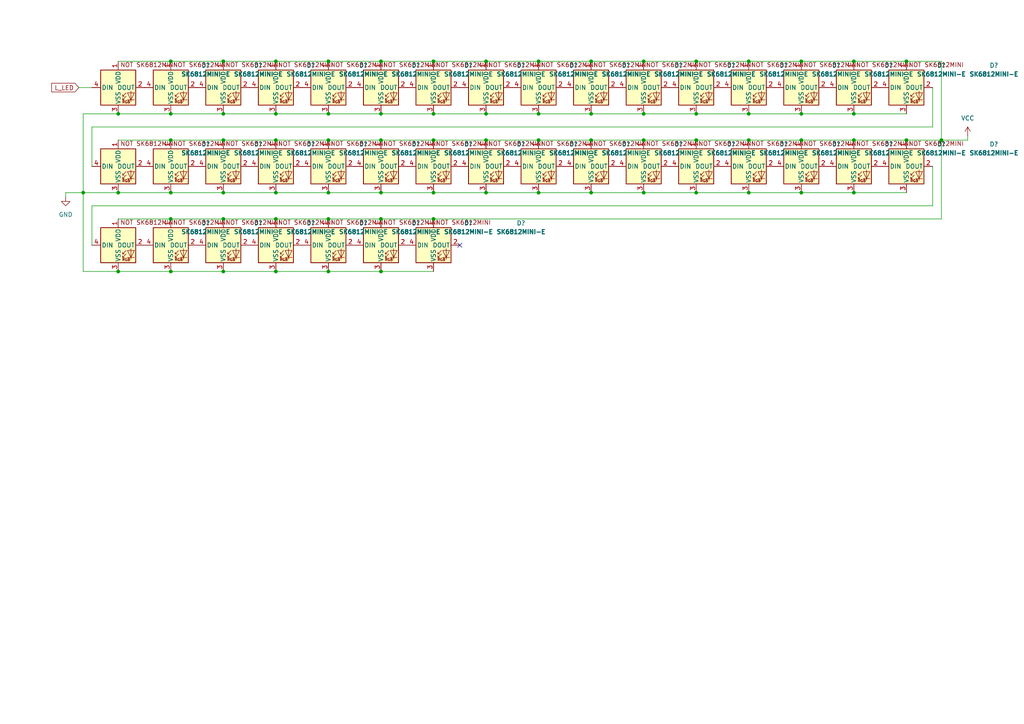
<source format=kicad_sch>
(kicad_sch (version 20250114) (generator "eeschema") (generator_version "9.0")
  (paper "A4")
  (lib_symbols
    (symbol "SK6812MINI-E:SK6812MINI-E" (pin_names (offset 0.254))
      (property "Reference" "D" (at -3.556 5.842 0))
      (property "Value" "SK6812MINI-E" (at 1.27 -5.715 0))
      (symbol "SK6812MINI-E_0_0"
        (text "RGB" (at 2.286 -4.191 0) (effects (font (size 0.762 0.762))))
      )
      (symbol "SK6812MINI-E_0_1"
        (rectangle (start -5.08 5.08) (end 5.08 -5.08) (stroke (width 0.254)) (fill (type background)))
        (polyline (pts (xy 1.27 -2.54) (xy 1.778 -2.54)))
        (polyline (pts (xy 1.27 -3.556) (xy 1.778 -3.556)))
        (polyline (pts (xy 2.286 -1.524) (xy 1.27 -2.54) (xy 1.27 -2.032)))
        (polyline (pts (xy 2.286 -2.54) (xy 1.27 -3.556) (xy 1.27 -3.048)))
        (polyline (pts (xy 3.683 -1.016) (xy 3.683 -3.556) (xy 3.683 -4.064)))
        (polyline (pts (xy 4.699 -1.524) (xy 2.667 -1.524) (xy 3.683 -3.556) (xy 4.699 -1.524)))
        (polyline (pts (xy 4.699 -3.556) (xy 2.667 -3.556)))
      )
      (symbol "SK6812MINI-E_1_1"
        (text "NOT SK6812MINI" (at 8.636 6.604 0) (effects (font (size 1.27 1.27))))
        (pin input line (at -7.62 0 0) (length 2.54) (name "DIN") (number "4"))
        (pin power_in line (at 0 7.62 270) (length 2.54) (name "VDD") (number "1"))
        (pin power_in line (at 0 -7.62 90) (length 2.54) (name "VSS") (number "3"))
        (pin output line (at 7.62 0 180) (length 2.54) (name "DOUT") (number "2"))
      )
    )
    (symbol "power:GND" (power) (pin_numbers (hide yes)) (pin_names (offset 0) (hide yes))
      (property "Value" "GND" (at 0 -3.81 0))
      (symbol "GND_0_1"
        (polyline (pts (xy 0 0) (xy 0 -1.27) (xy 1.27 -1.27) (xy 0 -2.54) (xy -1.27 -1.27) (xy 0 -1.27)))
      )
      (symbol "GND_1_1"
        (pin power_in line (at 0 0 270) (length 0) (name "~") (number "1"))
      )
    )
    (symbol "power:VCC" (power) (pin_numbers (hide yes)) (pin_names (offset 0) (hide yes))
      (property "Value" "VCC" (at 0 3.556 0))
      (symbol "VCC_0_1"
        (polyline (pts (xy -0.762 1.27) (xy 0 2.54)))
        (polyline (pts (xy 0 2.54) (xy 0.762 1.27)))
        (polyline (pts (xy 0 0) (xy 0 2.54)))
      )
      (symbol "VCC_1_1"
        (pin power_in line (at 0 0 90) (length 0) (name "~") (number "1"))
      )
    )
  )
  (junction (at 247.65 55.88))
  (junction (at 80.01 63.5))
  (junction (at 171.45 33.02))
  (junction (at 80.01 40.64))
  (junction (at 80.01 55.88))
  (junction (at 24.13 55.88))
  (junction (at 247.65 17.78))
  (junction (at 125.73 33.02))
  (junction (at 110.49 55.88))
  (junction (at 49.53 40.64))
  (junction (at 156.21 17.78))
  (junction (at 34.29 78.74))
  (junction (at 64.77 33.02))
  (junction (at 156.21 40.64))
  (junction (at 217.17 17.78))
  (junction (at 64.77 78.74))
  (junction (at 140.97 33.02))
  (junction (at 186.69 33.02))
  (junction (at 110.49 63.5))
  (junction (at 232.41 55.88))
  (junction (at 125.73 40.64))
  (junction (at 49.53 33.02))
  (junction (at 110.49 78.74))
  (junction (at 49.53 55.88))
  (junction (at 110.49 33.02))
  (junction (at 140.97 55.88))
  (junction (at 80.01 78.74))
  (junction (at 201.93 17.78))
  (junction (at 80.01 33.02))
  (junction (at 95.25 78.74))
  (junction (at 232.41 17.78))
  (junction (at 156.21 33.02))
  (junction (at 262.89 17.78))
  (junction (at 262.89 40.64))
  (junction (at 64.77 40.64))
  (junction (at 217.17 33.02))
  (junction (at 125.73 55.88))
  (junction (at 49.53 17.78))
  (junction (at 232.41 33.02))
  (junction (at 80.01 17.78))
  (junction (at 125.73 17.78))
  (junction (at 49.53 63.5))
  (junction (at 95.25 55.88))
  (junction (at 95.25 33.02))
  (junction (at 110.49 17.78))
  (junction (at 125.73 63.5))
  (junction (at 64.77 63.5))
  (junction (at 201.93 40.64))
  (junction (at 95.25 17.78))
  (junction (at 95.25 40.64))
  (junction (at 186.69 17.78))
  (junction (at 217.17 40.64))
  (junction (at 186.69 55.88))
  (junction (at 247.65 33.02))
  (junction (at 34.29 33.02))
  (junction (at 110.49 40.64))
  (junction (at 186.69 40.64))
  (junction (at 171.45 40.64))
  (junction (at 49.53 78.74))
  (junction (at 64.77 55.88))
  (junction (at 171.45 55.88))
  (junction (at 95.25 63.5))
  (junction (at 273.05 40.64))
  (junction (at 171.45 17.78))
  (junction (at 247.65 40.64))
  (junction (at 140.97 40.64))
  (junction (at 217.17 55.88))
  (junction (at 140.97 17.78))
  (junction (at 201.93 33.02))
  (junction (at 156.21 55.88))
  (junction (at 34.29 55.88))
  (junction (at 201.93 55.88))
  (junction (at 64.77 17.78))
  (junction (at 232.41 40.64))
  (no_connect (at 133.35 71.12))
  (wire (pts (xy 232.41 40.64) (xy 247.65 40.64)))
  (wire (pts (xy 186.69 17.78) (xy 201.93 17.78)))
  (wire (pts (xy 110.49 55.88) (xy 125.73 55.88)))
  (wire (pts (xy 49.53 40.64) (xy 64.77 40.64)))
  (wire (pts (xy 270.51 25.4) (xy 270.51 36.83)))
  (wire (pts (xy 19.05 55.88) (xy 19.05 57.15)))
  (wire (pts (xy 49.53 17.78) (xy 64.77 17.78)))
  (wire (pts (xy 171.45 33.02) (xy 186.69 33.02)))
  (wire (pts (xy 125.73 33.02) (xy 140.97 33.02)))
  (wire (pts (xy 140.97 17.78) (xy 156.21 17.78)))
  (wire (pts (xy 171.45 55.88) (xy 186.69 55.88)))
  (wire (pts (xy 140.97 55.88) (xy 156.21 55.88)))
  (wire (pts (xy 273.05 17.78) (xy 262.89 17.78)))
  (wire (pts (xy 24.13 78.74) (xy 34.29 78.74)))
  (wire (pts (xy 24.13 55.88) (xy 34.29 55.88)))
  (wire (pts (xy 232.41 33.02) (xy 247.65 33.02)))
  (wire (pts (xy 49.53 55.88) (xy 64.77 55.88)))
  (wire (pts (xy 34.29 33.02) (xy 49.53 33.02)))
  (wire (pts (xy 34.29 55.88) (xy 49.53 55.88)))
  (wire (pts (xy 156.21 40.64) (xy 171.45 40.64)))
  (wire (pts (xy 201.93 55.88) (xy 217.17 55.88)))
  (wire (pts (xy 270.51 59.69) (xy 26.67 59.69)))
  (wire (pts (xy 140.97 33.02) (xy 156.21 33.02)))
  (wire (pts (xy 110.49 17.78) (xy 125.73 17.78)))
  (wire (pts (xy 247.65 17.78) (xy 262.89 17.78)))
  (wire (pts (xy 156.21 33.02) (xy 171.45 33.02)))
  (wire (pts (xy 95.25 63.5) (xy 110.49 63.5)))
  (wire (pts (xy 49.53 63.5) (xy 64.77 63.5)))
  (wire (pts (xy 247.65 33.02) (xy 262.89 33.02)))
  (wire (pts (xy 95.25 55.88) (xy 110.49 55.88)))
  (wire (pts (xy 34.29 40.64) (xy 49.53 40.64)))
  (wire (pts (xy 110.49 33.02) (xy 125.73 33.02)))
  (wire (pts (xy 49.53 33.02) (xy 64.77 33.02)))
  (wire (pts (xy 156.21 17.78) (xy 171.45 17.78)))
  (wire (pts (xy 95.25 17.78) (xy 110.49 17.78)))
  (wire (pts (xy 125.73 17.78) (xy 140.97 17.78)))
  (wire (pts (xy 110.49 78.74) (xy 125.73 78.74)))
  (wire (pts (xy 171.45 40.64) (xy 186.69 40.64)))
  (wire (pts (xy 34.29 78.74) (xy 49.53 78.74)))
  (wire (pts (xy 80.01 78.74) (xy 95.25 78.74)))
  (wire (pts (xy 80.01 63.5) (xy 95.25 63.5)))
  (wire (pts (xy 95.25 33.02) (xy 110.49 33.02)))
  (wire (pts (xy 273.05 40.64) (xy 273.05 63.5)))
  (wire (pts (xy 64.77 78.74) (xy 80.01 78.74)))
  (wire (pts (xy 270.51 48.26) (xy 270.51 59.69)))
  (wire (pts (xy 156.21 55.88) (xy 171.45 55.88)))
  (wire (pts (xy 24.13 33.02) (xy 24.13 55.88)))
  (wire (pts (xy 125.73 55.88) (xy 140.97 55.88)))
  (wire (pts (xy 280.67 39.37) (xy 280.67 40.64)))
  (wire (pts (xy 273.05 40.64) (xy 273.05 17.78)))
  (wire (pts (xy 217.17 55.88) (xy 232.41 55.88)))
  (wire (pts (xy 95.25 40.64) (xy 110.49 40.64)))
  (wire (pts (xy 125.73 63.5) (xy 273.05 63.5)))
  (wire (pts (xy 217.17 33.02) (xy 232.41 33.02)))
  (wire (pts (xy 125.73 40.64) (xy 140.97 40.64)))
  (wire (pts (xy 26.67 36.83) (xy 26.67 48.26)))
  (wire (pts (xy 247.65 40.64) (xy 262.89 40.64)))
  (wire (pts (xy 80.01 33.02) (xy 95.25 33.02)))
  (wire (pts (xy 26.67 59.69) (xy 26.67 71.12)))
  (wire (pts (xy 64.77 55.88) (xy 80.01 55.88)))
  (wire (pts (xy 95.25 78.74) (xy 110.49 78.74)))
  (wire (pts (xy 34.29 33.02) (xy 24.13 33.02)))
  (wire (pts (xy 34.29 17.78) (xy 49.53 17.78)))
  (wire (pts (xy 80.01 40.64) (xy 95.25 40.64)))
  (wire (pts (xy 64.77 63.5) (xy 80.01 63.5)))
  (wire (pts (xy 80.01 55.88) (xy 95.25 55.88)))
  (wire (pts (xy 34.29 63.5) (xy 49.53 63.5)))
  (wire (pts (xy 140.97 40.64) (xy 156.21 40.64)))
  (wire (pts (xy 270.51 36.83) (xy 26.67 36.83)))
  (wire (pts (xy 24.13 55.88) (xy 19.05 55.88)))
  (wire (pts (xy 49.53 78.74) (xy 64.77 78.74)))
  (wire (pts (xy 201.93 17.78) (xy 217.17 17.78)))
  (wire (pts (xy 64.77 40.64) (xy 80.01 40.64)))
  (wire (pts (xy 232.41 55.88) (xy 247.65 55.88)))
  (wire (pts (xy 24.13 55.88) (xy 24.13 78.74)))
  (wire (pts (xy 80.01 17.78) (xy 95.25 17.78)))
  (wire (pts (xy 186.69 55.88) (xy 201.93 55.88)))
  (wire (pts (xy 171.45 17.78) (xy 186.69 17.78)))
  (wire (pts (xy 217.17 40.64) (xy 232.41 40.64)))
  (wire (pts (xy 201.93 40.64) (xy 217.17 40.64)))
  (wire (pts (xy 186.69 33.02) (xy 201.93 33.02)))
  (wire (pts (xy 201.93 33.02) (xy 217.17 33.02)))
  (wire (pts (xy 110.49 63.5) (xy 125.73 63.5)))
  (wire (pts (xy 232.41 17.78) (xy 247.65 17.78)))
  (wire (pts (xy 22.86 25.4) (xy 26.67 25.4)))
  (wire (pts (xy 262.89 40.64) (xy 273.05 40.64)))
  (wire (pts (xy 64.77 33.02) (xy 80.01 33.02)))
  (wire (pts (xy 186.69 40.64) (xy 201.93 40.64)))
  (wire (pts (xy 110.49 40.64) (xy 125.73 40.64)))
  (wire (pts (xy 217.17 17.78) (xy 232.41 17.78)))
  (wire (pts (xy 64.77 17.78) (xy 80.01 17.78)))
  (wire (pts (xy 247.65 55.88) (xy 262.89 55.88)))
  (wire (pts (xy 280.67 40.64) (xy 273.05 40.64)))
  (global_label "L_LED" (shape input) (at 22.86 25.4 180) (property "Intersheetrefs" "${INTERSHEET_REFS}" (effects (hide yes))))
  (symbol (lib_id "SK6812MINI-E:SK6812MINI-E") (at 64.77 71.12 0) (unit 1)
    (property "Reference" "D?" (at 90.17 64.6998 0))
    (property "Value" "SK6812MINI-E" (at 90.17 67.2399 0) (effects (font (thickness 0.254) (bold yes))))
    (property "Footprint" "footprints:SK6812MINI-E_fixed" (effects (hide yes)))
    (property "Datasheet" "https://cdn-shop.adafruit.com/product-files/4960/4960_SK6812MINI-E_REV02_EN.pdf" (effects (hide yes)))
    (property "Description" "RGB LED with integrated controller" (effects (hide yes)))
  )
  (symbol (lib_id "SK6812MINI-E:SK6812MINI-E") (at 34.29 25.4 0) (unit 1)
    (property "Reference" "D?" (at 59.69 18.9798 0))
    (property "Value" "SK6812MINI-E" (at 59.69 21.5199 0) (effects (font (thickness 0.254) (bold yes))))
    (property "Footprint" "footprints:SK6812MINI-E_fixed" (effects (hide yes)))
    (property "Datasheet" "https://cdn-shop.adafruit.com/product-files/4960/4960_SK6812MINI-E_REV02_EN.pdf" (effects (hide yes)))
    (property "Description" "RGB LED with integrated controller" (effects (hide yes)))
  )
  (symbol (lib_id "SK6812MINI-E:SK6812MINI-E") (at 64.77 25.4 0) (unit 1)
    (property "Reference" "D?" (at 90.17 18.9798 0))
    (property "Value" "SK6812MINI-E" (at 90.17 21.5199 0) (effects (font (thickness 0.254) (bold yes))))
    (property "Footprint" "footprints:SK6812MINI-E_fixed" (effects (hide yes)))
    (property "Datasheet" "https://cdn-shop.adafruit.com/product-files/4960/4960_SK6812MINI-E_REV02_EN.pdf" (effects (hide yes)))
    (property "Description" "RGB LED with integrated controller" (effects (hide yes)))
  )
  (symbol (lib_id "SK6812MINI-E:SK6812MINI-E") (at 186.69 48.26 0) (unit 1)
    (property "Reference" "D?" (at 212.09 41.8398 0))
    (property "Value" "SK6812MINI-E" (at 212.09 44.3799 0) (effects (font (thickness 0.254) (bold yes))))
    (property "Footprint" "footprints:SK6812MINI-E_fixed" (effects (hide yes)))
    (property "Datasheet" "https://cdn-shop.adafruit.com/product-files/4960/4960_SK6812MINI-E_REV02_EN.pdf" (effects (hide yes)))
    (property "Description" "RGB LED with integrated controller" (effects (hide yes)))
  )
  (symbol (lib_id "SK6812MINI-E:SK6812MINI-E") (at 171.45 48.26 0) (unit 1)
    (property "Reference" "D?" (at 196.85 41.8398 0))
    (property "Value" "SK6812MINI-E" (at 196.85 44.3799 0) (effects (font (thickness 0.254) (bold yes))))
    (property "Footprint" "footprints:SK6812MINI-E_fixed" (effects (hide yes)))
    (property "Datasheet" "https://cdn-shop.adafruit.com/product-files/4960/4960_SK6812MINI-E_REV02_EN.pdf" (effects (hide yes)))
    (property "Description" "RGB LED with integrated controller" (effects (hide yes)))
  )
  (symbol (lib_id "SK6812MINI-E:SK6812MINI-E") (at 186.69 25.4 0) (unit 1)
    (property "Reference" "D?" (at 212.09 18.9798 0))
    (property "Value" "SK6812MINI-E" (at 212.09 21.5199 0) (effects (font (thickness 0.254) (bold yes))))
    (property "Footprint" "footprints:SK6812MINI-E_fixed" (effects (hide yes)))
    (property "Datasheet" "https://cdn-shop.adafruit.com/product-files/4960/4960_SK6812MINI-E_REV02_EN.pdf" (effects (hide yes)))
    (property "Description" "RGB LED with integrated controller" (effects (hide yes)))
  )
  (symbol (lib_id "SK6812MINI-E:SK6812MINI-E") (at 171.45 25.4 0) (unit 1)
    (property "Reference" "D?" (at 196.85 18.9798 0))
    (property "Value" "SK6812MINI-E" (at 196.85 21.5199 0) (effects (font (thickness 0.254) (bold yes))))
    (property "Footprint" "footprints:SK6812MINI-E_fixed" (effects (hide yes)))
    (property "Datasheet" "https://cdn-shop.adafruit.com/product-files/4960/4960_SK6812MINI-E_REV02_EN.pdf" (effects (hide yes)))
    (property "Description" "RGB LED with integrated controller" (effects (hide yes)))
  )
  (symbol (lib_id "SK6812MINI-E:SK6812MINI-E") (at 217.17 25.4 0) (unit 1)
    (property "Reference" "D?" (at 242.57 18.9798 0))
    (property "Value" "SK6812MINI-E" (at 242.57 21.5199 0) (effects (font (thickness 0.254) (bold yes))))
    (property "Footprint" "footprints:SK6812MINI-E_fixed" (effects (hide yes)))
    (property "Datasheet" "https://cdn-shop.adafruit.com/product-files/4960/4960_SK6812MINI-E_REV02_EN.pdf" (effects (hide yes)))
    (property "Description" "RGB LED with integrated controller" (effects (hide yes)))
  )
  (symbol (lib_id "SK6812MINI-E:SK6812MINI-E") (at 156.21 48.26 0) (unit 1)
    (property "Reference" "D?" (at 181.61 41.8398 0))
    (property "Value" "SK6812MINI-E" (at 181.61 44.3799 0) (effects (font (thickness 0.254) (bold yes))))
    (property "Footprint" "footprints:SK6812MINI-E_fixed" (effects (hide yes)))
    (property "Datasheet" "https://cdn-shop.adafruit.com/product-files/4960/4960_SK6812MINI-E_REV02_EN.pdf" (effects (hide yes)))
    (property "Description" "RGB LED with integrated controller" (effects (hide yes)))
  )
  (symbol (lib_id "SK6812MINI-E:SK6812MINI-E") (at 110.49 25.4 0) (unit 1)
    (property "Reference" "D?" (at 135.89 18.9798 0))
    (property "Value" "SK6812MINI-E" (at 135.89 21.5199 0) (effects (font (thickness 0.254) (bold yes))))
    (property "Footprint" "footprints:SK6812MINI-E_fixed" (effects (hide yes)))
    (property "Datasheet" "https://cdn-shop.adafruit.com/product-files/4960/4960_SK6812MINI-E_REV02_EN.pdf" (effects (hide yes)))
    (property "Description" "RGB LED with integrated controller" (effects (hide yes)))
  )
  (symbol (lib_id "SK6812MINI-E:SK6812MINI-E") (at 49.53 48.26 0) (unit 1)
    (property "Reference" "D?" (at 74.93 41.8398 0))
    (property "Value" "SK6812MINI-E" (at 74.93 44.3799 0) (effects (font (thickness 0.254) (bold yes))))
    (property "Footprint" "footprints:SK6812MINI-E_fixed" (effects (hide yes)))
    (property "Datasheet" "https://cdn-shop.adafruit.com/product-files/4960/4960_SK6812MINI-E_REV02_EN.pdf" (effects (hide yes)))
    (property "Description" "RGB LED with integrated controller" (effects (hide yes)))
  )
  (symbol (lib_id "SK6812MINI-E:SK6812MINI-E") (at 232.41 25.4 0) (unit 1)
    (property "Reference" "D?" (at 257.81 18.9798 0))
    (property "Value" "SK6812MINI-E" (at 257.81 21.5199 0) (effects (font (thickness 0.254) (bold yes))))
    (property "Footprint" "footprints:SK6812MINI-E_fixed" (effects (hide yes)))
    (property "Datasheet" "https://cdn-shop.adafruit.com/product-files/4960/4960_SK6812MINI-E_REV02_EN.pdf" (effects (hide yes)))
    (property "Description" "RGB LED with integrated controller" (effects (hide yes)))
  )
  (symbol (lib_id "SK6812MINI-E:SK6812MINI-E") (at 49.53 71.12 0) (unit 1)
    (property "Reference" "D?" (at 74.93 64.6998 0))
    (property "Value" "SK6812MINI-E" (at 74.93 67.2399 0) (effects (font (thickness 0.254) (bold yes))))
    (property "Footprint" "footprints:SK6812MINI-E_fixed" (effects (hide yes)))
    (property "Datasheet" "https://cdn-shop.adafruit.com/product-files/4960/4960_SK6812MINI-E_REV02_EN.pdf" (effects (hide yes)))
    (property "Description" "RGB LED with integrated controller" (effects (hide yes)))
  )
  (symbol (lib_id "SK6812MINI-E:SK6812MINI-E") (at 95.25 48.26 0) (unit 1)
    (property "Reference" "D?" (at 120.65 41.8398 0))
    (property "Value" "SK6812MINI-E" (at 120.65 44.3799 0) (effects (font (thickness 0.254) (bold yes))))
    (property "Footprint" "footprints:SK6812MINI-E_fixed" (effects (hide yes)))
    (property "Datasheet" "https://cdn-shop.adafruit.com/product-files/4960/4960_SK6812MINI-E_REV02_EN.pdf" (effects (hide yes)))
    (property "Description" "RGB LED with integrated controller" (effects (hide yes)))
  )
  (symbol (lib_id "SK6812MINI-E:SK6812MINI-E") (at 125.73 25.4 0) (unit 1)
    (property "Reference" "D?" (at 151.13 18.9798 0))
    (property "Value" "SK6812MINI-E" (at 151.13 21.5199 0) (effects (font (thickness 0.254) (bold yes))))
    (property "Footprint" "footprints:SK6812MINI-E_fixed" (effects (hide yes)))
    (property "Datasheet" "https://cdn-shop.adafruit.com/product-files/4960/4960_SK6812MINI-E_REV02_EN.pdf" (effects (hide yes)))
    (property "Description" "RGB LED with integrated controller" (effects (hide yes)))
  )
  (symbol (lib_id "SK6812MINI-E:SK6812MINI-E") (at 64.77 48.26 0) (unit 1)
    (property "Reference" "D?" (at 90.17 41.8398 0))
    (property "Value" "SK6812MINI-E" (at 90.17 44.3799 0) (effects (font (thickness 0.254) (bold yes))))
    (property "Footprint" "footprints:SK6812MINI-E_fixed" (effects (hide yes)))
    (property "Datasheet" "https://cdn-shop.adafruit.com/product-files/4960/4960_SK6812MINI-E_REV02_EN.pdf" (effects (hide yes)))
    (property "Description" "RGB LED with integrated controller" (effects (hide yes)))
  )
  (symbol (lib_id "SK6812MINI-E:SK6812MINI-E") (at 95.25 71.12 0) (unit 1)
    (property "Reference" "D?" (at 120.65 64.6998 0))
    (property "Value" "SK6812MINI-E" (at 120.65 67.2399 0) (effects (font (thickness 0.254) (bold yes))))
    (property "Footprint" "footprints:SK6812MINI-E_fixed" (effects (hide yes)))
    (property "Datasheet" "https://cdn-shop.adafruit.com/product-files/4960/4960_SK6812MINI-E_REV02_EN.pdf" (effects (hide yes)))
    (property "Description" "RGB LED with integrated controller" (effects (hide yes)))
  )
  (symbol (lib_id "SK6812MINI-E:SK6812MINI-E") (at 34.29 48.26 0) (unit 1)
    (property "Reference" "D?" (at 59.69 41.8398 0))
    (property "Value" "SK6812MINI-E" (at 59.69 44.3799 0) (effects (font (thickness 0.254) (bold yes))))
    (property "Footprint" "footprints:SK6812MINI-E_fixed" (effects (hide yes)))
    (property "Datasheet" "https://cdn-shop.adafruit.com/product-files/4960/4960_SK6812MINI-E_REV02_EN.pdf" (effects (hide yes)))
    (property "Description" "RGB LED with integrated controller" (effects (hide yes)))
  )
  (symbol (lib_id "SK6812MINI-E:SK6812MINI-E") (at 201.93 48.26 0) (unit 1)
    (property "Reference" "D?" (at 227.33 41.8398 0))
    (property "Value" "SK6812MINI-E" (at 227.33 44.3799 0) (effects (font (thickness 0.254) (bold yes))))
    (property "Footprint" "footprints:SK6812MINI-E_fixed" (effects (hide yes)))
    (property "Datasheet" "https://cdn-shop.adafruit.com/product-files/4960/4960_SK6812MINI-E_REV02_EN.pdf" (effects (hide yes)))
    (property "Description" "RGB LED with integrated controller" (effects (hide yes)))
  )
  (symbol (lib_id "SK6812MINI-E:SK6812MINI-E") (at 125.73 71.12 0) (unit 1)
    (property "Reference" "D?" (at 151.13 64.6998 0))
    (property "Value" "SK6812MINI-E" (at 151.13 67.2399 0) (effects (font (thickness 0.254) (bold yes))))
    (property "Footprint" "footprints:SK6812MINI-E_fixed" (effects (hide yes)))
    (property "Datasheet" "https://cdn-shop.adafruit.com/product-files/4960/4960_SK6812MINI-E_REV02_EN.pdf" (effects (hide yes)))
    (property "Description" "RGB LED with integrated controller" (effects (hide yes)))
  )
  (symbol (lib_id "SK6812MINI-E:SK6812MINI-E") (at 262.89 25.4 0) (unit 1)
    (property "Reference" "D?" (at 288.29 18.9798 0))
    (property "Value" "SK6812MINI-E" (at 288.29 21.5199 0) (effects (font (thickness 0.254) (bold yes))))
    (property "Footprint" "footprints:SK6812MINI-E_fixed" (effects (hide yes)))
    (property "Datasheet" "https://cdn-shop.adafruit.com/product-files/4960/4960_SK6812MINI-E_REV02_EN.pdf" (effects (hide yes)))
    (property "Description" "RGB LED with integrated controller" (effects (hide yes)))
  )
  (symbol (lib_id "SK6812MINI-E:SK6812MINI-E") (at 80.01 48.26 0) (unit 1)
    (property "Reference" "D?" (at 105.41 41.8398 0))
    (property "Value" "SK6812MINI-E" (at 105.41 44.3799 0) (effects (font (thickness 0.254) (bold yes))))
    (property "Footprint" "footprints:SK6812MINI-E_fixed" (effects (hide yes)))
    (property "Datasheet" "https://cdn-shop.adafruit.com/product-files/4960/4960_SK6812MINI-E_REV02_EN.pdf" (effects (hide yes)))
    (property "Description" "RGB LED with integrated controller" (effects (hide yes)))
  )
  (symbol (lib_id "power:GND") (at 19.05 57.15 0) (unit 1)
    (property "Reference" "#PWR?" (effects (hide yes)))
    (property "Value" "GND" (at 19.05 62.23 0))
    (property "Description" "Power symbol creates a global label with name \"GND\" , ground" (effects (hide yes)))
  )
  (symbol (lib_id "SK6812MINI-E:SK6812MINI-E") (at 140.97 48.26 0) (unit 1)
    (property "Reference" "D?" (at 166.37 41.8398 0))
    (property "Value" "SK6812MINI-E" (at 166.37 44.3799 0) (effects (font (thickness 0.254) (bold yes))))
    (property "Footprint" "footprints:SK6812MINI-E_fixed" (effects (hide yes)))
    (property "Datasheet" "https://cdn-shop.adafruit.com/product-files/4960/4960_SK6812MINI-E_REV02_EN.pdf" (effects (hide yes)))
    (property "Description" "RGB LED with integrated controller" (effects (hide yes)))
  )
  (symbol (lib_id "SK6812MINI-E:SK6812MINI-E") (at 140.97 25.4 0) (unit 1)
    (property "Reference" "D?" (at 166.37 18.9798 0))
    (property "Value" "SK6812MINI-E" (at 166.37 21.5199 0) (effects (font (thickness 0.254) (bold yes))))
    (property "Footprint" "footprints:SK6812MINI-E_fixed" (effects (hide yes)))
    (property "Datasheet" "https://cdn-shop.adafruit.com/product-files/4960/4960_SK6812MINI-E_REV02_EN.pdf" (effects (hide yes)))
    (property "Description" "RGB LED with integrated controller" (effects (hide yes)))
  )
  (symbol (lib_id "SK6812MINI-E:SK6812MINI-E") (at 49.53 25.4 0) (unit 1)
    (property "Reference" "D?" (at 74.93 18.9798 0))
    (property "Value" "SK6812MINI-E" (at 74.93 21.5199 0) (effects (font (thickness 0.254) (bold yes))))
    (property "Footprint" "footprints:SK6812MINI-E_fixed" (effects (hide yes)))
    (property "Datasheet" "https://cdn-shop.adafruit.com/product-files/4960/4960_SK6812MINI-E_REV02_EN.pdf" (effects (hide yes)))
    (property "Description" "RGB LED with integrated controller" (effects (hide yes)))
  )
  (symbol (lib_id "power:VCC") (at 280.67 39.37 0) (unit 1)
    (property "Reference" "#PWR?" (effects (hide yes)))
    (property "Value" "VCC" (at 280.67 34.29 0))
    (property "Description" "Power symbol creates a global label with name \"VCC\"" (effects (hide yes)))
  )
  (symbol (lib_id "SK6812MINI-E:SK6812MINI-E") (at 34.29 71.12 0) (unit 1)
    (property "Reference" "D?" (at 59.69 64.6998 0))
    (property "Value" "SK6812MINI-E" (at 59.69 67.2399 0) (effects (font (thickness 0.254) (bold yes))))
    (property "Footprint" "footprints:SK6812MINI-E_fixed" (effects (hide yes)))
    (property "Datasheet" "https://cdn-shop.adafruit.com/product-files/4960/4960_SK6812MINI-E_REV02_EN.pdf" (effects (hide yes)))
    (property "Description" "RGB LED with integrated controller" (effects (hide yes)))
  )
  (symbol (lib_id "SK6812MINI-E:SK6812MINI-E") (at 247.65 48.26 0) (unit 1)
    (property "Reference" "D?" (at 273.05 41.8398 0))
    (property "Value" "SK6812MINI-E" (at 273.05 44.3799 0) (effects (font (thickness 0.254) (bold yes))))
    (property "Footprint" "footprints:SK6812MINI-E_fixed" (effects (hide yes)))
    (property "Datasheet" "https://cdn-shop.adafruit.com/product-files/4960/4960_SK6812MINI-E_REV02_EN.pdf" (effects (hide yes)))
    (property "Description" "RGB LED with integrated controller" (effects (hide yes)))
  )
  (symbol (lib_id "SK6812MINI-E:SK6812MINI-E") (at 110.49 71.12 0) (unit 1)
    (property "Reference" "D?" (at 135.89 64.6998 0))
    (property "Value" "SK6812MINI-E" (at 135.89 67.2399 0) (effects (font (thickness 0.254) (bold yes))))
    (property "Footprint" "footprints:SK6812MINI-E_fixed" (effects (hide yes)))
    (property "Datasheet" "https://cdn-shop.adafruit.com/product-files/4960/4960_SK6812MINI-E_REV02_EN.pdf" (effects (hide yes)))
    (property "Description" "RGB LED with integrated controller" (effects (hide yes)))
  )
  (symbol (lib_id "SK6812MINI-E:SK6812MINI-E") (at 217.17 48.26 0) (unit 1)
    (property "Reference" "D?" (at 242.57 41.8398 0))
    (property "Value" "SK6812MINI-E" (at 242.57 44.3799 0) (effects (font (thickness 0.254) (bold yes))))
    (property "Footprint" "footprints:SK6812MINI-E_fixed" (effects (hide yes)))
    (property "Datasheet" "https://cdn-shop.adafruit.com/product-files/4960/4960_SK6812MINI-E_REV02_EN.pdf" (effects (hide yes)))
    (property "Description" "RGB LED with integrated controller" (effects (hide yes)))
  )
  (symbol (lib_id "SK6812MINI-E:SK6812MINI-E") (at 125.73 48.26 0) (unit 1)
    (property "Reference" "D?" (at 151.13 41.8398 0))
    (property "Value" "SK6812MINI-E" (at 151.13 44.3799 0) (effects (font (thickness 0.254) (bold yes))))
    (property "Footprint" "footprints:SK6812MINI-E_fixed" (effects (hide yes)))
    (property "Datasheet" "https://cdn-shop.adafruit.com/product-files/4960/4960_SK6812MINI-E_REV02_EN.pdf" (effects (hide yes)))
    (property "Description" "RGB LED with integrated controller" (effects (hide yes)))
  )
  (symbol (lib_id "SK6812MINI-E:SK6812MINI-E") (at 262.89 48.26 0) (unit 1)
    (property "Reference" "D?" (at 288.29 41.8398 0))
    (property "Value" "SK6812MINI-E" (at 288.29 44.3799 0) (effects (font (thickness 0.254) (bold yes))))
    (property "Footprint" "footprints:SK6812MINI-E_fixed" (effects (hide yes)))
    (property "Datasheet" "https://cdn-shop.adafruit.com/product-files/4960/4960_SK6812MINI-E_REV02_EN.pdf" (effects (hide yes)))
    (property "Description" "RGB LED with integrated controller" (effects (hide yes)))
  )
  (symbol (lib_id "SK6812MINI-E:SK6812MINI-E") (at 232.41 48.26 0) (unit 1)
    (property "Reference" "D?" (at 257.81 41.8398 0))
    (property "Value" "SK6812MINI-E" (at 257.81 44.3799 0) (effects (font (thickness 0.254) (bold yes))))
    (property "Footprint" "footprints:SK6812MINI-E_fixed" (effects (hide yes)))
    (property "Datasheet" "https://cdn-shop.adafruit.com/product-files/4960/4960_SK6812MINI-E_REV02_EN.pdf" (effects (hide yes)))
    (property "Description" "RGB LED with integrated controller" (effects (hide yes)))
  )
  (symbol (lib_id "SK6812MINI-E:SK6812MINI-E") (at 247.65 25.4 0) (unit 1)
    (property "Reference" "D?" (at 273.05 18.9798 0))
    (property "Value" "SK6812MINI-E" (at 273.05 21.5199 0) (effects (font (thickness 0.254) (bold yes))))
    (property "Footprint" "footprints:SK6812MINI-E_fixed" (effects (hide yes)))
    (property "Datasheet" "https://cdn-shop.adafruit.com/product-files/4960/4960_SK6812MINI-E_REV02_EN.pdf" (effects (hide yes)))
    (property "Description" "RGB LED with integrated controller" (effects (hide yes)))
  )
  (symbol (lib_id "SK6812MINI-E:SK6812MINI-E") (at 80.01 71.12 0) (unit 1)
    (property "Reference" "D?" (at 105.41 64.6998 0))
    (property "Value" "SK6812MINI-E" (at 105.41 67.2399 0) (effects (font (thickness 0.254) (bold yes))))
    (property "Footprint" "footprints:SK6812MINI-E_fixed" (effects (hide yes)))
    (property "Datasheet" "https://cdn-shop.adafruit.com/product-files/4960/4960_SK6812MINI-E_REV02_EN.pdf" (effects (hide yes)))
    (property "Description" "RGB LED with integrated controller" (effects (hide yes)))
  )
  (symbol (lib_id "SK6812MINI-E:SK6812MINI-E") (at 156.21 25.4 0) (unit 1)
    (property "Reference" "D?" (at 181.61 18.9798 0))
    (property "Value" "SK6812MINI-E" (at 181.61 21.5199 0) (effects (font (thickness 0.254) (bold yes))))
    (property "Footprint" "footprints:SK6812MINI-E_fixed" (effects (hide yes)))
    (property "Datasheet" "https://cdn-shop.adafruit.com/product-files/4960/4960_SK6812MINI-E_REV02_EN.pdf" (effects (hide yes)))
    (property "Description" "RGB LED with integrated controller" (effects (hide yes)))
  )
  (symbol (lib_id "SK6812MINI-E:SK6812MINI-E") (at 95.25 25.4 0) (unit 1)
    (property "Reference" "D?" (at 120.65 18.9798 0))
    (property "Value" "SK6812MINI-E" (at 120.65 21.5199 0) (effects (font (thickness 0.254) (bold yes))))
    (property "Footprint" "footprints:SK6812MINI-E_fixed" (effects (hide yes)))
    (property "Datasheet" "https://cdn-shop.adafruit.com/product-files/4960/4960_SK6812MINI-E_REV02_EN.pdf" (effects (hide yes)))
    (property "Description" "RGB LED with integrated controller" (effects (hide yes)))
  )
  (symbol (lib_id "SK6812MINI-E:SK6812MINI-E") (at 110.49 48.26 0) (unit 1)
    (property "Reference" "D?" (at 135.89 41.8398 0))
    (property "Value" "SK6812MINI-E" (at 135.89 44.3799 0) (effects (font (thickness 0.254) (bold yes))))
    (property "Footprint" "footprints:SK6812MINI-E_fixed" (effects (hide yes)))
    (property "Datasheet" "https://cdn-shop.adafruit.com/product-files/4960/4960_SK6812MINI-E_REV02_EN.pdf" (effects (hide yes)))
    (property "Description" "RGB LED with integrated controller" (effects (hide yes)))
  )
  (symbol (lib_id "SK6812MINI-E:SK6812MINI-E") (at 201.93 25.4 0) (unit 1)
    (property "Reference" "D?" (at 227.33 18.9798 0))
    (property "Value" "SK6812MINI-E" (at 227.33 21.5199 0) (effects (font (thickness 0.254) (bold yes))))
    (property "Footprint" "footprints:SK6812MINI-E_fixed" (effects (hide yes)))
    (property "Datasheet" "https://cdn-shop.adafruit.com/product-files/4960/4960_SK6812MINI-E_REV02_EN.pdf" (effects (hide yes)))
    (property "Description" "RGB LED with integrated controller" (effects (hide yes)))
  )
  (symbol (lib_id "SK6812MINI-E:SK6812MINI-E") (at 80.01 25.4 0) (unit 1)
    (property "Reference" "D?" (at 105.41 18.9798 0))
    (property "Value" "SK6812MINI-E" (at 105.41 21.5199 0) (effects (font (thickness 0.254) (bold yes))))
    (property "Footprint" "footprints:SK6812MINI-E_fixed" (effects (hide yes)))
    (property "Datasheet" "https://cdn-shop.adafruit.com/product-files/4960/4960_SK6812MINI-E_REV02_EN.pdf" (effects (hide yes)))
    (property "Description" "RGB LED with integrated controller" (effects (hide yes)))
  )
)
</source>
